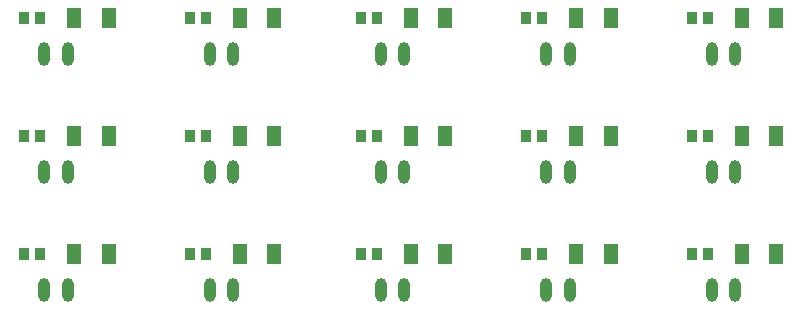
<source format=gbr>
G04 Layer_Color=8421504*
%FSLAX45Y45*%
%MOMM*%
%TF.FileFunction,Paste,Top*%
%TF.Part,Single*%
G01*
G75*
%TA.AperFunction,ConnectorPad*%
%ADD10R,1.30000X1.80000*%
%TA.AperFunction,SMDPad,CuDef*%
%ADD11R,0.90000X1.00000*%
%ADD12O,1.00000X2.00000*%
%TA.AperFunction,SMDPad,SMDef*%
%ADD13O,1.00000X2.00000*%
%TA.AperFunction,SMDPad,CuDef*%
%ADD14R,1.30000X1.80000*%
D10*
X7195001Y1000000D02*
D03*
X6905001D02*
D03*
X7195001Y2000000D02*
D03*
X6905001D02*
D03*
X7195001Y3000000D02*
D03*
X6905001D02*
D03*
D11*
X6617501Y1000000D02*
D03*
X6482501D02*
D03*
X6617501Y2000000D02*
D03*
X6482501D02*
D03*
Y3000000D02*
D03*
X6617501D02*
D03*
X967500Y2000000D02*
D03*
X832500D02*
D03*
X967500Y3000000D02*
D03*
X832500D02*
D03*
X2232500D02*
D03*
X2367500D02*
D03*
Y1000000D02*
D03*
X2232500D02*
D03*
X3682500Y2000000D02*
D03*
X3817500D02*
D03*
X5082501Y3000000D02*
D03*
X5217501D02*
D03*
Y2000000D02*
D03*
X5082501D02*
D03*
X5217501Y1000000D02*
D03*
X5082501D02*
D03*
X832500D02*
D03*
X967500D02*
D03*
X2232500Y2000000D02*
D03*
X2367500D02*
D03*
X3682500Y3000000D02*
D03*
X3817500D02*
D03*
X3817500Y1000000D02*
D03*
X3682500D02*
D03*
D12*
X6650001Y2700000D02*
D03*
Y1700000D02*
D03*
Y700000D02*
D03*
X1000000Y2700000D02*
D03*
Y1700000D02*
D03*
Y700000D02*
D03*
X2400000D02*
D03*
Y1700000D02*
D03*
Y2700000D02*
D03*
X3850000D02*
D03*
Y1700000D02*
D03*
Y700000D02*
D03*
X5250001D02*
D03*
Y1700000D02*
D03*
Y2700000D02*
D03*
D13*
X6850001D02*
D03*
Y1700000D02*
D03*
Y700000D02*
D03*
X1200000Y2700000D02*
D03*
Y1700000D02*
D03*
Y700000D02*
D03*
X2600000D02*
D03*
Y1700000D02*
D03*
Y2700000D02*
D03*
X4050001D02*
D03*
Y1700000D02*
D03*
Y700000D02*
D03*
X5450001D02*
D03*
Y1700000D02*
D03*
Y2700000D02*
D03*
D14*
X1545000Y2000000D02*
D03*
X1255000D02*
D03*
X1545000Y3000000D02*
D03*
X1255000D02*
D03*
X2945000D02*
D03*
X2655000D02*
D03*
X2945000Y1000000D02*
D03*
X2655000D02*
D03*
X4395000Y2000000D02*
D03*
X4105000D02*
D03*
X5795001Y3000000D02*
D03*
X5505001D02*
D03*
X5795001Y2000000D02*
D03*
X5505001D02*
D03*
X5795000Y1000000D02*
D03*
X5505000D02*
D03*
X1255000D02*
D03*
X1545000D02*
D03*
X2945000Y2000000D02*
D03*
X2655000D02*
D03*
X4395000Y3000000D02*
D03*
X4105000D02*
D03*
X4395000Y1000000D02*
D03*
X4105000D02*
D03*
%TF.MD5,c755e7e2bc4981f223a6b89e637457a4*%
M02*

</source>
